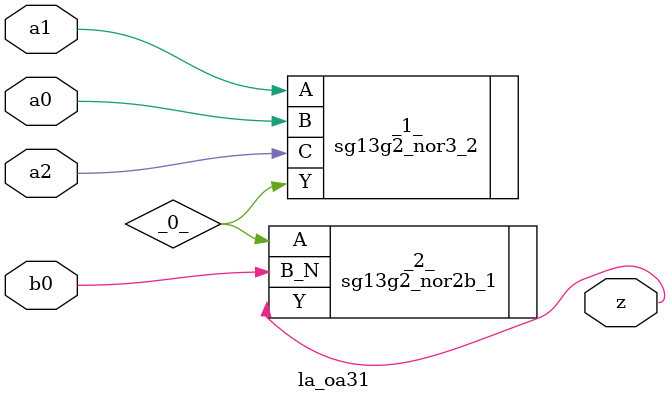
<source format=v>

/* Generated by Yosys 0.44 (git sha1 80ba43d26, g++ 11.4.0-1ubuntu1~22.04 -fPIC -O3) */

(* top =  1  *)
(* src = "generated" *)
module la_oa31 (
    a0,
    a1,
    a2,
    b0,
    z
);
  wire _0_;
  (* src = "generated" *)
  input a0;
  wire a0;
  (* src = "generated" *)
  input a1;
  wire a1;
  (* src = "generated" *)
  input a2;
  wire a2;
  (* src = "generated" *)
  input b0;
  wire b0;
  (* src = "generated" *)
  output z;
  wire z;
  sg13g2_nor3_2 _1_ (
      .A(a1),
      .B(a0),
      .C(a2),
      .Y(_0_)
  );
  sg13g2_nor2b_1 _2_ (
      .A  (_0_),
      .B_N(b0),
      .Y  (z)
  );
endmodule

</source>
